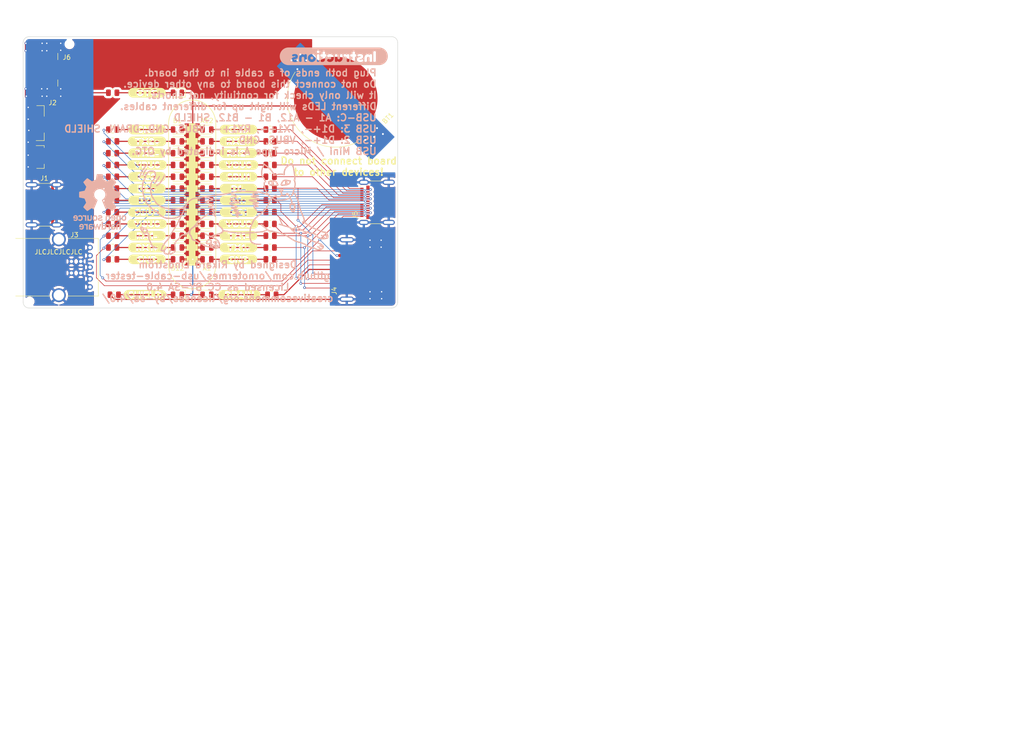
<source format=kicad_pcb>
(kicad_pcb (version 20211014) (generator pcbnew)
  (layers (0 "F.Cu" signal) (31 "B.Cu" signal) (34 "B.Paste" user) (35 "F.Paste" user) (36 "B.SilkS" user "B.Silkscreen") (37 "F.SilkS" user "F.Silkscreen") (38 "B.Mask" user) (39 "F.Mask" user) (44 "Edge.Cuts" user))
  (net 0 "")
  (net 1 "+BATT")
  (net 2 "GND")
  (net 3 "Net-(D1-Pad2)")
  (net 4 "Net-(D2-Pad2)")
  (net 5 "Net-(D3-Pad2)")
  (net 6 "Net-(D4-Pad2)")
  (net 7 "Net-(D5-Pad2)")
  (net 8 "Net-(D6-Pad2)")
  (net 9 "Net-(D7-Pad2)")
  (net 10 "Net-(D8-Pad2)")
  (net 11 "Net-(D9-Pad2)")
  (net 12 "Net-(D10-Pad2)")
  (net 13 "Net-(D11-Pad2)")
  (net 14 "Net-(D12-Pad2)")
  (net 15 "Net-(D13-Pad2)")
  (net 16 "Net-(D14-Pad2)")
  (net 17 "Net-(D15-Pad2)")
  (net 18 "Net-(D16-Pad2)")
  (net 19 "Net-(D17-Pad2)")
  (net 20 "Net-(D18-Pad2)")
  (net 21 "Net-(D19-Pad2)")
  (net 22 "Net-(D20-Pad2)")
  (net 23 "Net-(D21-Pad2)")
  (net 24 "Net-(D22-Pad2)")
  (net 25 "Net-(D23-Pad2)")
  (net 26 "Net-(D24-Pad2)")
  (net 27 "Net-(D25-Pad2)")
  (net 28 "Net-(D26-Pad2)")
  (net 29 "Net-(D27-Pad2)")
  (net 30 "Net-(J4-Pad2)")
  (net 31 "Net-(J4-Pad3)")
  (net 32 "Net-(J4-Pad4)")
  (net 33 "Net-(J4-Pad5)")
  (net 34 "Net-(J4-Pad6)")
  (net 35 "Net-(J4-Pad7)")
  (net 36 "Net-(J4-Pad8)")
  (net 37 "Net-(J4-Pad9)")
  (net 38 "Net-(J4-Pad10)")
  (net 39 "Net-(J5-PadA5)")
  (net 40 "Net-(J5-PadA8)")
  (net 41 "Net-(J5-PadA9)")
  (net 42 "Net-(J5-PadA10)")
  (net 43 "Net-(J5-PadA11)")
  (net 44 "Net-(J5-PadA12)")
  (net 45 "Net-(J5-PadB1)")
  (net 46 "Net-(J5-PadB2)")
  (net 47 "Net-(J5-PadB3)")
  (net 48 "Net-(J5-PadB4)")
  (net 49 "Net-(J5-PadB5)")
  (net 50 "Net-(J5-PadB6)")
  (net 51 "Net-(J5-PadB7)")
  (net 52 "Net-(J5-PadB8)")
  (net 53 "Net-(J5-PadB9)")
  (net 54 "Net-(J5-PadB12)")
  (net 55 "Net-(J2-Pad4)")
  (net 56 "Net-(J4-Pad1)")
  (footprint "Resistor_SMD:R_0805_2012Metric" (layer "F.Cu") (at 95.0975 63.175 180)
    (fp_text reference "R8" hide)
    (fp_text value "470R")
  )
  (footprint "LED_SMD:LED_0805_2012Metric" (layer "F.Cu") (at 75.135 86.035 180)
    (fp_text reference "D26" hide)
    (fp_text value "SHIELD")
  )
  (footprint "LED_SMD:LED_0805_2012Metric" (layer "F.Cu") (at 75.135 50.475 180)
    (fp_text reference "D23" hide)
    (fp_text value "GND" hide)
  )
  (footprint "kibuzzard-63C31A6A" (layer "F.Cu") (at 68.58 63.175)
    (fp_text reference "kibuzzard-63C31A6A" hide)
    (fp_text value "G***" hide)
  )
  (footprint "Resistor_SMD:R_0805_2012Metric" (layer "F.Cu") (at 95.0975 73.335 180)
    (fp_text reference "R14" hide)
    (fp_text value "470R")
  )
  (footprint "LED_SMD:LED_0805_2012Metric" (layer "F.Cu") (at 75.135 60.635 180)
    (fp_text reference "D7" hide)
    (fp_text value "CC2" hide)
  )
  (footprint "kibuzzard-63BE21A2" (layer "F.Cu") (at 68.58 50.475)
    (fp_text reference "kibuzzard-63BE21A2" hide)
    (fp_text value "G***" hide)
  )
  (footprint "Resistor_SMD:R_0805_2012Metric" (layer "F.Cu") (at 61.187 50.475)
    (fp_text reference "R23" hide)
    (fp_text value "470R")
  )
  (footprint "Resistor_SMD:R_0805_2012Metric" (layer "F.Cu") (at 61.187 42.545)
    (fp_text reference "R27" hide)
    (fp_text value "470R")
  )
  (footprint "LED_SMD:LED_0805_2012Metric" (layer "F.Cu") (at 81.485 55.555)
    (fp_text reference "D16" hide)
    (fp_text value "RX2-" hide)
  )
  (footprint "Resistor_SMD:R_0805_2012Metric" (layer "F.Cu") (at 95.0975 75.875 180)
    (fp_text reference "R15" hide)
    (fp_text value "470R")
  )
  (footprint "kibuzzard-63BE21A2" (layer "F.Cu") (at 68.58 78.415)
    (fp_text reference "kibuzzard-63BE21A2" hide)
    (fp_text value "G***" hide)
  )
  (footprint "kibuzzard-63BE21A2" (layer "F.Cu") (at 88.265 78.415)
    (fp_text reference "kibuzzard-63BE21A2" hide)
    (fp_text value "G***" hide)
  )
  (footprint "LED_SMD:LED_0805_2012Metric" (layer "F.Cu") (at 81.485 53.015)
    (fp_text reference "D17" hide)
    (fp_text value "RX2+" hide)
  )
  (footprint "kibuzzard-63BE21A7" (layer "F.Cu") (at 88.265 75.875)
    (fp_text reference "kibuzzard-63BE21A7" hide)
    (fp_text value "G***" hide)
  )
  (footprint "Resistor_SMD:R_0805_2012Metric" (layer "F.Cu") (at 61.5225 86.035)
    (fp_text reference "R26" hide)
    (fp_text value "470R")
  )
  (footprint "misc:Tooling Hole" (layer "F.Cu") (at 43.3 87.5)
    (fp_text reference "REF**" hide)
    (fp_text value "Tooling Hole")
  )
  (footprint "LED_SMD:LED_0805_2012Metric" (layer "F.Cu") (at 81.485 65.715)
    (fp_text reference "D10" hide)
    (fp_text value "D+" hide)
  )
  (footprint "Resistor_SMD:R_0805_2012Metric" (layer "F.Cu") (at 95.0975 70.795 180)
    (fp_text reference "R2" hide)
    (fp_text value "470R")
  )
  (footprint "LED_SMD:LED_0805_2012Metric" (layer "F.Cu") (at 81.485 70.795)
    (fp_text reference "D2" hide)
    (fp_text value "VBUS" hide)
  )
  (footprint "misc:BATT CR2032" (layer "F.Cu") (at 109.22 43.815 -45)
    (fp_text reference "BT1")
    (fp_text value "Battery_Cell")
  )
  (footprint "LED_SMD:LED_0805_2012Metric" (layer "F.Cu") (at 75.135 78.415 180)
    (fp_text reference "D22" hide)
    (fp_text value "GND" hide)
  )
  (footprint "LED_SMD:LED_0805_2012Metric" (layer "F.Cu") (at 75.135 55.555 180)
    (fp_text reference "D18" hide)
    (fp_text value "TX2-" hide)
  )
  (footprint "misc:Tooling Hole" (layer "F.Cu") (at 51.9 32.1)
    (fp_text reference "REF**" hide)
    (fp_text value "Tooling Hole")
  )
  (footprint "Resistor_SMD:R_0805_2012Metric" (layer "F.Cu") (at 95.0975 60.635 180)
    (fp_text reference "R20" hide)
    (fp_text value "470R")
  )
  (footprint "LED_SMD:LED_0805_2012Metric" (layer "F.Cu") (at 75.135 73.335 180)
    (fp_text reference "D12" hide)
    (fp_text value "RX1-" hide)
  )
  (footprint "kibuzzard-63BE2399" (layer "F.Cu") (at 68.58 73.335)
    (fp_text reference "kibuzzard-63BE2399" hide)
    (fp_text value "G***" hide)
  )
  (footprint "LED_SMD:LED_0805_2012Metric" (layer "F.Cu") (at 81.485 78.415)
    (fp_text reference "D25" hide)
    (fp_text value "GND" hide)
  )
  (footprint "kibuzzard-63BE2283" (layer "F.Cu") (at 88.265 55.555)
    (fp_text reference "kibuzzard-63BE2283" hide)
    (fp_text value "G***" hide)
  )
  (footprint "LED_SMD:LED_0805_2012Metric" (layer "F.Cu") (at 81.485 58.095)
    (fp_text reference "D3" hide)
    (fp_text value "VBUS" hide)
  )
  (footprint "kibuzzard-63BE21B8" (layer "F.Cu") (at 68.58 58.095)
    (fp_text reference "kibuzzard-63BE21B8" hide)
    (fp_text value "G***" hide)
  )
  (footprint "kibuzzard-63BE21B8" (layer "F.Cu") (at 88.265 58.095)
    (fp_text reference "kibuzzard-63BE21B8" hide)
    (fp_text value "G***" hide)
  )
  (footprint "LED_SMD:LED_0805_2012Metric" (layer "F.Cu") (at 81.485 63.175)
    (fp_text reference "D8" hide)
    (fp_text value "D-" hide)
  )
  (footprint "kibuzzard-63BE23A5" (layer "F.Cu") (at 68.58 55.555)
    (fp_text reference "kibuzzard-63BE23A5" hide)
    (fp_text value "G***" hide)
  )
  (footprint "Resistor_SMD:R_0805_2012Metric" (layer "F.Cu") (at 61.19 78.415)
    (fp_text reference "R22" hide)
    (fp_text value "470R")
  )
  (footprint "kibuzzard-63C31A8C" (layer "F.Cu") (at 88.265 65.715)
    (fp_text reference "kibuzzard-63C31A8C" hide)
    (fp_text value "G***" hide)
  )
  (footprint "kibuzzard-63BE23B1" (layer "F.Cu") (at 68.58 53.015)
    (fp_text reference "kibuzzard-63BE23B1" hide)
    (fp_text value "G***" hide)
  )
  (footprint "LED_SMD:LED_0805_2012Metric" (layer "F.Cu") (at 81.485 60.635)
    (fp_text reference "D20" hide)
    (fp_text value "SBU1" hide)
  )
  (footprint "LED_SMD:LED_0805_2012Metric" (layer "F.Cu") (at 75.135 68.255 180)
    (fp_text reference "D21" hide)
    (fp_text value "SBU2" hide)
  )
  (footprint "Resistor_SMD:R_0805_2012Metric" (layer "F.Cu") (at 61.187 53.015)
    (fp_text reference "R19" hide)
    (fp_text value "470R")
  )
  (footprint "LED_SMD:LED_0805_2012Metric" (layer "F.Cu") (at 75.135 70.795 180)
    (fp_text reference "D5" hide)
    (fp_text value "VBUS" hide)
  )
  (footprint "kibuzzard-63BE23BC" (layer "F.Cu") (at 68.58 60.635)
    (fp_text reference "kibuzzard-63BE23BC" hide)
    (fp_text value "G***" hide)
  )
  (footprint "kibuzzard-63C341AF" (layer "F.Cu") (at 71.5 35.4)
    (fp_text reference "kibuzzard-63C341AF" hide)
    (fp_text value "G***" hide)
  )
  (footprint "Resistor_SMD:R_0805_2012Metric" (layer "F.Cu") (at 61.165 60.635)
    (fp_text reference "R7" hide)
    (fp_text value "470R")
  )
  (footprint "Resistor_SMD:R_0805_2012Metric" (layer "F.Cu") (at 95.0975 58.095 180)
    (fp_text reference "R3" hide)
    (fp_text value "470R")
  )
  (footprint "Resistor_SMD:R_0805_2012Metric" (layer "F.Cu") (at 95.0975 68.255 180)
    (fp_text reference "R6" hide)
    (fp_text value "470R")
  )
  (footprint "kibuzzard-63BE21AF" (layer "F.Cu") (at 88.265 73.335)
    (fp_text reference "kibuzzard-63BE21AF" hide)
    (fp_text value "G***" hide)
  )
  (footprint "kibuzzard-63C319E2" (layer "F.Cu") (at 68.58 42.545)
    (fp_text reference "kibuzzard-63C319E2" hide)
    (fp_text value "G***" hide)
  )
  (footprint "LED_SMD:LED_0805_2012Metric" (layer "F.Cu") (at 75.135 65.715 180)
    (fp_text reference "D9" hide)
    (fp_text value "D-" hide)
  )
  (footprint "Resistor_SMD:R_0805_2012Metric" (layer "F.Cu") (at 61.165 63.175)
    (fp_text reference "R11" hide)
    (fp_text value "470R")
  )
  (footprint "kibuzzard-63BE2235" (layer "F.Cu") (at 88.265 60.635)
    (fp_text reference "kibuzzard-63BE2235" hide)
    (fp_text value "G***" hide)
  )
  (footprint "kibuzzard-63BE228F" (layer "F.Cu") (at 88.265 53.015)
    (fp_text reference "kibuzzard-63BE228F" hide)
    (fp_text value "G***" hide)
  )
  (footprint "LED_SMD:LED_0805_2012Metric" (layer "F.Cu") (at 75.135 58.095 180)
    (fp_text reference "D4" hide)
    (fp_text value "VBUS" hide)
  )
  (footprint "Resistor_SMD:R_0805_2012Metric" (layer "F.Cu") (at 95.0975 78.415 180)
    (fp_text reference "R25" hide)
    (fp_text value "470R")
  )
  (footprint "kibuzzard-63C31A73" (layer "F.Cu") (at 68.58 65.715)
    (fp_text reference "kibuzzard-63C31A73" hide)
    (fp_text value "G***" hide)
  )
  (footprint "kibuzzard-63C31A82" (layer "F.Cu") (at 88.265 63.175)
    (fp_text reference "kibuzzard-63C31A82" hide)
    (fp_text value "G***" hide)
  )
  (footprint "LED_SMD:LED_0805_2012Metric" (layer "F.Cu") (at 81.485 86.035)
    (fp_text reference "D1" hide)
    (fp_text value "DRAIN")
  )
  (footprint "Resistor_SMD:R_0805_2012Metric" (layer "F.Cu") (at 95.0975 53.015 180)
    (fp_text reference "R17" hide)
    (fp_text value "470R")
  )
  (footprint "LED_SMD:LED_0805_2012Metric" (layer "F.Cu") (at 81.485 73.335)
    (fp_text reference "D14" hide)
    (fp_text value "TX1-" hide)
  )
  (footprint "kibuzzard-63BE21B8" (layer "F.Cu") (at 88.265 70.795)
    (fp_text reference "kibuzzard-63BE21B8" hide)
    (fp_text value "G***" hide)
  )
  (footprint "Resistor_SMD:R_0805_2012Metric" (layer "F.Cu") (at 61.165 68.255)
    (fp_text reference "R21" hide)
    (fp_text value "470R")
  )
  (footprint "LED_SMD:LED_0805_2012Metric" (layer "F.Cu") (at 81.485 75.875)
    (fp_text reference "D15" hide)
    (fp_text value "TX1+" hide)
  )
  (footprint "LED_SMD:LED_0805_2012Metric" (layer "F.Cu") (at 75.135 42.545 180)
    (fp_text reference "D27" hide)
    (fp_text value "OTG")
  )
  (footprint "misc:Tooling Hole" (layer "F.Cu") (at 121.1 32.2)
    (fp_text reference "REF**" hide)
    (fp_text value "Tooling Hole")
  )
  (footprint "misc:USB-C" (layer "F.Cu") (at 41.97 66.675 -90)
    (fp_text reference "J1")
    (fp_text value "USB_C_all_pins")
  )
  (footprint "LED_SMD:LED_0805_2012Metric" (layer "F.Cu") (at 75.135 63.175 180)
    (fp_text reference "D11" hide)
    (fp_text value "D+" hide)
  )
  (footprint "misc:USB-C" (layer "F.Cu") (at 122.4 66.15 90)
    (fp_text reference "J5")
    (fp_text value "USB_C_all_pins")
  )
  (footprint "Resistor_SMD:R_0805_2012Metric" (layer "F.Cu") (at 61.19 75.875)
    (fp_text reference "R13" hide)
    (fp_text value "470R")
  )
  (footprint "Resistor_SMD:R_0805_2012Metric" (layer "F.Cu") (at 61.165 65.715)
    (fp_text reference "R9" hide)
    (fp_text value "470R")
  )
  (footprint "misc:USB Micro-AB 3.0" (layer "F.Cu") (at 44.7 52.075 -90)
    (fp_text reference "J2")
    (fp_text value "USB3_B_Micro")
  )
  (footprint "kibuzzard-63BE21EC" (layer "F.Cu") (at 88.265 68.255)
    (fp_text reference "kibuzzard-63BE21EC" hide)
    (fp_text value "G***" hide)
  )
  (footprint "kibuzzard-63BE2364" (layer "F.Cu") (at 68.58 68.255)
    (fp_text reference "kibuzzard-63BE2364" hide)
    (fp_text value "G***" hide)
  )
  (footprint "Resistor_SMD:R_0805_2012Metric" (layer "F.Cu") (at 95.0975 50.475 180)
    (fp_text reference "R24" hide)
    (fp_text value "470R")
  )
  (footprint "misc:USB Mini-AB" (layer "F.Cu") (at 40.275 37.6 -90)
    (fp_text reference "J6")
    (fp_text value "USB_B_Mini")
  )
  (footprint "misc:OSHW-Symbol_6.7x6mm_Copper" (layer "F.Cu") (at 93.5 35.2)
    (fp_text reference "REF**" hide)
    (fp_text value "OSHW-Logo2_14.6x12mm_Mask" hide)
  )
  (footprint "kibuzzard-63BE24BE" (layer "F.Cu") (at 68.15 86.035)
    (fp_text reference "kibuzzard-63BE24BE" hide)
    (fp_text value "G***" hide)
  )
  (footprint "LED_SMD:LED_0805_2012Metric" (layer "F.Cu") (at 81.485 68.255)
    (fp_text reference "D6" hide)
    (fp_text value "CC1" hide)
  )
  (footprint "kibuzzard-63BE21A2" (layer "F.Cu") (at 88.265 50.475)
    (fp_text reference "kibuzzard-63BE21A2" hide)
    (fp_text value "G***" hide)
  )
  (footprint "Resistor_SMD:R_0805_2012Metric" (layer "F.Cu") (at 61.165 58.095)
    (fp_text reference "R4" hide)
    (fp_text value "470R")
  )
  (footprint "Resistor_SMD:R_0805_2012Metric" (layer "F.Cu") (at 95.455 86.035 180)
    (fp_text reference "R1" hide)
    (fp_text value "470R")
  )
  (footprint "Resistor_SMD:R_0805_2012Metric" (layer "F.Cu") (at 95.0975 65.715 180)
    (fp_text reference "R10" hide)
    (fp_text value "470R")
  )
  (footprint "Resistor_SMD:R_0805_2012Metric" (layer "F.Cu") (at 61.19 70.795)
    (fp_text reference "R5" hide)
    (fp_text value "470R")
  )
  (footprint "LED_SMD:LED_0805_2012Metric" (layer "F.Cu") (at 81.485 50.475)
    (fp_text reference "D24" hide)
    (fp_text value "GND" hide)
  )
  (footprint "LED_SMD:LED_0805_2012Metric" (layer "F.Cu") (at 75.135 75.875 180)
    (fp_text reference "D13" hide)
    (fp_text value "RX1+" hide)
  )
  (footprint "kibuzzard-63BE2390" (layer "F.Cu") (at 68.58 75.875)
    (fp_text reference "kibuzzard-63BE2390" hide)
    (fp_text value "G***" hide)
  )
  (footprint "Resistor_SMD:R_0805_2012Metric" (layer "F.Cu") (at 61.19 73.335)
    (fp_text reference "R12" hide)
    (fp_text value "470R")
  )
  (footprint "misc:USB-B 3.0" (layer "F.Cu") (at 39.3 80.12 -90)
    (fp_text reference "J3")
    (fp_text value "USB3_B")
  )
  (footprint "kibuzzard-63BE2450" (layer "F.Cu") (at 88.47 86.035)
    (fp_text reference "kibuzzard-63BE2450" hide)
    (fp_text value "G***" hide)
  )
  (footprint "Resistor_SMD:R_0805_2012Metric" (layer "F.Cu") (at 95.0975 55.555 180)
    (fp_text reference "R16" hide)
    (fp_text value "470R")
  )
  (footprint "Resistor_SMD:R_0805_2012Metric" (layer "F.Cu") (at 61.165 55.555)
    (fp_text reference "R18" hide)
    (fp_text value "470R")
  )
  (footprint "LED_SMD:LED_0805_2012Metric" (layer "F.Cu") (at 75.135 53.015 180)
    (fp_text reference "D19" hide)
    (fp_text value "TX2+" hide)
  )
  (footprint "kibuzzard-63BE21B8" (layer "F.Cu") (at 68.58 70.795)
    (fp_text reference "kibuzzard-63BE21B8" hide)
    (fp_text value "G***" hide)
  )
  (footprint "misc:USB-A 3.0" (layer "F.Cu") (at 120.6 80.6 90)
    (fp_text reference "J4")
    (fp_text value "USB3_A")
  )
  (footprint "misc:KiCad-Logo2_5mm_Mask" (layer "B.Cu") (at 114.935 81.1 180)
    (fp_text reference "REF**" hide)
    (fp_text value "KiCad-Logo2_5mm_Copper" hide)
  )
  (footprint "misc:cat" (layer "B.Cu") (at 111.76 57.448629 180)
    (fp_text reference "REF**" hide)
    (fp_text value "cat" hide)
  )
  (footprint "kibuzzard-63C37626" (layer "B.Cu") (at 108.8 34.7 180)
    (fp_text reference "kibuzzard-63C37626" hide)
    (fp_text value "G***" hide)
  )
  (footprint "Symbol:OSHW-Logo_11.4x12mm_SilkScreen" (layer "B.Cu") (at 58.42 66.04 180)
    (fp_text reference "REF**" hide)
    (fp_text value "OSHW-Logo_11.4x12mm_SilkScreen" hide)
  )
  (gr_rect (start 79.453 51.11) (end 77.167 49.84) (layer "F.SilkS") (width 0.15) (fill solid))
  (gr_rect (start 78.945 79.685) (end 77.675 49.205) (layer "F.SilkS") (width 0.15) (fill solid))
  (gr_rect (start 79.453 63.81) (end 77.167 62.54) (layer "F.SilkS") (width 0.15) (fill solid))
  (gr_rect (start 79.453 58.73) (end 77.167 57.46) (layer "F.SilkS") (width 0.15) (fill solid))
  (gr_line (start 83.39 79.685) (end 83.39 49.205) (layer "F.SilkS") (width 0.15))
  (gr_rect (start 79.453 79.05) (end 77.167 77.78) (layer "F.SilkS") (width 0.15) (fill solid))
  (gr_rect (start 79.453 61.27) (end 77.167 60) (layer "F.SilkS") (width 0.15) (fill solid))
  (gr_rect (start 79.453 76.51) (end 77.167 75.24) (layer "F.SilkS") (width 0.15) (fill solid))
  (gr_arc (start 83.39 79.685) (mid 78.31 84.765) (end 73.23 79.685) (layer "F.SilkS") (width 0.15))
  (gr_rect (start 79.453 73.97) (end 77.167 72.7) (layer "F.SilkS") (width 0.15) (fill solid))
  (gr_rect (start 79.453 53.65) (end 77.167 52.38) (layer "F.SilkS") (width 0.15) (fill solid))
  (gr_rect (start 79.453 56.19) (end 77.167 54.92) (layer "F.SilkS") (width 0.15) (fill solid))
  (gr_rect (start 79.453 71.43) (end 77.167 70.16) (layer "F.SilkS") (width 0.15) (fill solid))
  (gr_arc (start 73.23 49.205) (mid 78.31 44.125) (end 83.39 49.205) (layer "F.SilkS") (width 0.15))
  (gr_rect (start 79.453 68.89) (end 77.167 67.62) (layer "F.SilkS") (width 0.15) (fill solid))
  (gr_rect (start 79.453 66.35) (end 77.167 65.08) (layer "F.SilkS") (width 0.15) (fill solid))
  (gr_line (start 73.23 49.205) (end 73.23 79.685) (layer "F.SilkS") (width 0.15))
  (gr_arc (start 122.555 87.63) (mid 122.183026 88.528026) (end 121.285 88.9) (layer "Edge.Cuts") (width 0.1))
  (gr_line (start 121.285 30.48) (end 43.18 30.48) (layer "Edge.Cuts") (width 0.1))
  (gr_arc (start 43.18 88.9) (mid 42.281974 88.528026) (end 41.91 87.63) (layer "Edge.Cuts") (width 0.1))
  (gr_line (start 122.555 87.63) (end 122.555 31.75) (layer "Edge.Cuts") (width 0.1))
  (gr_line (start 41.91 31.75) (end 41.91 87.63) (layer "Edge.Cuts") (width 0.1))
  (gr_line (start 43.18 88.9) (end 121.285 88.9) (layer "Edge.Cuts") (width 0.1))
  (gr_arc (start 121.285 30.48) (mid 122.183026 30.851974) (end 122.555 31.75) (layer "Edge.Cuts") (width 0.1))
  (gr_arc (start 41.91 31.75) (mid 42.281974 30.851974) (end 43.18 30.48) (layer "Edge.Cuts") (width 0.1))
  (gr_text "Plug both ends of a cable in to the board.\nDo not connect this board to any other device.\nIt will only check for contiuity, not shorts.\nDifferent LEDs will light up for different cables.\nUSB-C: A1 - A12, B1 - B12, SHIELD\nUSB 3: D1+-, TX1+-, RX1+-, VBUS, GND, DRAIN, SHIELD\nUSB 2: D1+-, VBUS, GND\nUSB Mini / Micro Type A is indicated by OTG." (at 118.2 46.7) (layer "B.SilkS") (effects (font (size 1.5 1.5) (thickness 0.3)) (justify left mirror)))
  (gr_text "Designed by Rikard Lindström\ngithub.com/ornotermes/usb-cable-tester\nLicensed as CC BY-SA 4.0\ncreativecommons.org/licenses/by-sa/4.0/" (at 83.82 83.185) (layer "B.SilkS") (effects (font (size 1.5 1.5) (thickness 0.3)) (justify mirror)))
  (gr_text "B1" (at 75.135 48.57) (layer "F.SilkS") (effects (font (size 1 1))))
  (gr_text "A12" (at 81.485 48.57) (layer "F.SilkS") (effects (font (size 1 1))))
  (gr_text "Do not connect board\nto other devices!" (at 109.855 58.42) (layer "F.SilkS") (effects (font (size 1.5 1.5) (thickness 0.3))))
  (gr_text "JLCJLCJLCJLC" (at 49.53 76.835) (layer "F.SilkS") (effects (font (size 1 1) (thickness 0.16))))
  (gr_text "B12" (at 75.135 80.32) (layer "F.SilkS") (effects (font (size 1 1))))
  (gr_text "A1" (at 81.485 80.32) (layer "F.SilkS") (effects (font (size 1 1))))
  (via (at 42.6 43.3) (size 0.56) (drill 0.3) (layers "F.Cu" "B.Cu") (net 1))
  (via (at 100.965 37.465) (size 0.8) (drill 0.4) (layers "F.Cu" "B.Cu") (net 1))
  (via (at 47.1 41.7) (size 0.56) (drill 0.3) (layers "F.Cu" "B.Cu") (net 1))
  (via (at 43.127 50.653) (size 0.56) (drill 0.3) (layers "F.Cu" "B.Cu") (net 1))
  (via (at 43 45.7) (size 0.56) (drill 0.3) (layers "F.Cu" "B.Cu") (net 1))
  (via (at 119.38 51.435) (size 0.8) (drill 0.4) (layers "F.Cu" "B.Cu") (net 1))
  (via (at 118.11 50.165) (size 0.8) (drill 0.4) (layers "F.Cu" "B.Cu") (net 1))
  (via (at 43 53.193) (size 0.56) (drill 0.3) (layers "F.Cu" "B.Cu") (net 1))
  (via (at 99.695 35.56) (size 0.8) (drill 0.4) (layers "F.Cu" "B.Cu") (net 1))
  (via (at 100.965 35.56) (size 0.8) (drill 0.4) (layers "F.Cu" "B.Cu") (net 1))
  (via (at 117.475 52.07) (size 0.8) (drill 0.4) (layers "F.Cu" "B.Cu") (net 1))
  (via (at 50 31.9) (size 0.56) (drill 0.3) (layers "F.Cu" "B.Cu") (net 1))
  (via (at 101.6 34.29) (size 0.8) (drill 0.4) (layers "F.Cu" "B.Cu") (net 1))
  (via (at 50 43.3) (size 0.56) (drill 0.3) (layers "F.Cu" "B.Cu") (net 1))
  (via (at 102.87 35.56) (size 0.8) (drill 0.4) (layers "F.Cu" "B.Cu") (net 1))
  (via (at 46 33.5) (size 0.56) (drill 0.3) (layers "F.Cu" "B.Cu") (net 1))
  (via (at 45.9 41.7) (size 0.56) (drill 0.3) (layers "F.Cu" "B.Cu") (net 1))
  (via (at 46 31.9) (size 0.56) (drill 0.3) (layers "F.Cu" "B.Cu") (net 1))
  (via (at 47 33.5) (size 0.56) (drill 0.3) (layers "F.Cu" "B.Cu") (net 1))
  (via (at 43 48.24) (size 0.56) (drill 0.3) (layers "F.Cu" "B.Cu") (net 1))
  (via (at 47 43.3) (size 0.56) (drill 0.3) (layers "F.Cu" "B.Cu") (net 1))
  (via (at 50 33.4) (size 0.56) (drill 0.3) (layers "F.Cu" "B.Cu") (net 1))
  (via (at 47 31.9) (size 0.56) (drill 0.3) (layers "F.Cu" "B.Cu") (net 1))
  (via (at 43 58.527) (size 0.56) (drill 0.3) (layers "F.Cu" "B.Cu") (net 1))
  (via (at 50 41.7) (size 0.56) (drill 0.3) (layers "F.Cu" "B.Cu") (net 1))
  (via (at 42.5 33.5) (size 0.56) (drill 0.3) (layers "F.Cu" "B.Cu") (net 1))
  (via (at 42.5 31.9) (size 0.56) (drill 0.3) (layers "F.Cu" "B.Cu") (net 1))
  (via (at 115.57 52.705) (size 0.8) (drill 0.4) (layers "F.Cu" "B.Cu") (net 1))
  (via (at 43 55.987) (size 0.56) (drill 0.3) (layers "F.Cu" "B.Cu") (net 1))
  (via (at 42.5 41.7) (size 0.56) (drill 0.3) (layers "F.Cu" "B.Cu") (net 1))
  (via (at 46 43.3) (size 0.56) (drill 0.3) (layers "F.Cu" "B.Cu") (net 1))
  (via (at 116.84 53.975) (size 0.8) (drill 0.4) (layers "F.Cu" "B.Cu") (net 1))
  (segment (start 117.475 52.07) (end 100.965 35.56) (width 1) (layer "B.Cu") (net 1))
  (segment (start 76.0725 73.335) (end 78.415 73.335) (width 0.25) (layer "F.Cu") (net 2))
  (segment (start 78.43 70.795) (end 78.43 43.23) (width 0.25) (layer "F.Cu") (net 2))
  (segment (start 80.5475 86.035) (end 78.105 86.035) (width 0.25) (layer "F.Cu") (net 2))
  (segment (start 107.945 45.4) (end 107.95 45.395) (width 0.25) (layer "F.Cu") (net 2))
  (segment (start 78.43 73.35) (end 78.43 70.795) (width 0.25) (layer "F.Cu") (net 2))
  (segment (start 80.5475 68.255) (end 76.0725 68.255) (width 0.25) (layer "F.Cu") (net 2))
  (segment (start 77.745 42.545) (end 76.0725 42.545) (width 0.25) (layer "F.Cu") (net 2))
  (segment (start 76.0725 65.715) (end 80.5475 65.715) (width 0.25) (layer "F.Cu") (net 2))
  (segment (start 78.43 70.795) (end 76.0725 70.795) (width 0.25) (layer "F.Cu") (net 2))
  (segment (start 76.0725 60.635) (end 80.5475 60.635) (width 0.25) (layer "F.Cu") (net 2))
  (segment (start 80.5475 75.875) (end 78.43 75.875) (width 0.25) (layer "F.Cu") (net 2))
  (segment (start 78.43 43.23) (end 77.745 42.545) (width 0.25) (layer "F.Cu") (net 2))
  (segment (start 80.5475 58.095) (end 76.0725 58.095) (width 0.25) (layer "F.Cu") (net 2))
  (segment (start 76.0725 55.555) (end 80.5475 55.555) (width 0.25) (layer "F.Cu") (net 2))
  (segment (start 78.43 75.875) (end 76.0725 75.875) (width 0.25) (layer "F.Cu") (net 2))
  (segment (start 78.415 73.335) (end 80.5475 73.335) (width 0.25) (layer "F.Cu") (net 2))
  (segment (start 80.5475 70.795) (end 78.43 70.795) (width 0.25) (layer "F.Cu") (net 2))
  (segment (start 76.0725 63.175) (end 80.5475 63.175) (width 0.25) (layer "F.Cu") (net 2))
  (segment (start 80.5475 50.475) (end 76.0725 50.475) (width 0.25) (layer "F.Cu") (net 2))
  (segment (start 78.405 45.4) (end 107.945 45.4) (width 0.25) (layer "F.Cu") (net 2))
  (segment (start 78.43 73.35) (end 78.415 73.335) (width 0.25) (layer "F.Cu") (net 2))
  (segment (start 80.5475 53.015) (end 76.0725 53.015) (width 0.25) (layer "F.Cu") (net 2))
  (segment (start 78.105 86.035) (end 76.0725 86.035) (width 0.25) (layer "F.Cu") (net 2))
  (segment (start 78.43 75.89) (end 78.43 75.875) (width 0.25) (layer "F.Cu") (net 2))
  (segment (start 78.43 75.89) (end 78.43 73.35) (width 0.25) (layer "F.Cu") (net 2))
  (segment (start 78.4 45.395) (end 78.405 45.4) (width 0.25) (layer "F.Cu") (net 2))
  (via (at 78.105 86.035) (size 0.56) (drill 0.3) (layers "F.Cu" "B.Cu") (net 2))
  (via (at 78.43 78.415) (size 0.56) (drill 0.3) (layers "F.Cu" "B.Cu") (net 2))
  (segment (start 78.43 85.71) (end 78.105 86.035) (width 0.25) (layer "B.Cu") (net 2))
  (segment (start 78.43 78.415) (end 78.43 85.71) (width 0.25) (layer "B.Cu") (net 2))
  (segment (start 82.4225 86.035) (end 94.5425 86.035) (width 0.25) (layer "F.Cu") (net 3))
  (segment (start 94.185 70.795) (end 82.4225 70.795) (width 0.25) (layer "F.Cu") (net 4))
  (segment (start 82.4225 58.095) (end 94.185 58.095) (width 0.25) (layer "F.Cu") (net 5))
  (segment (start 62.0775 58.095) (end 74.1975 58.095) (width 0.25) (layer "F.Cu") (net 6))
  (segment (start 74.1975 70.795) (end 62.1025 70.795) (width 0.25) (layer "F.Cu") (net 7))
  (segment (start 82.4225 68.255) (end 94.185 68.255) (width 0.25) (layer "F.Cu") (net 8))
  (segment (start 74.1975 60.635) (end 62.0775 60.635) (width 0.25) (layer "F.Cu") (net 9))
  (segment (start 94.51 63.5) (end 94.185 63.175) (width 0.25) (layer "F.Cu") (net 10))
  (segment (start 94.29 63.175) (end 94.615 63.5) (width 0.25) (layer "F.Cu") (net 10))
  (segment (start 82.4225 63.175) (end 94.29 63.175) (width 0.25) (layer "F.Cu") (net 10))
  (segment (start 94.615 63.5) (end 94.51 63.5) (width 0.25) (layer "F.Cu") (net 10))
  (segment (start 74.1975 65.715) (end 62.0775 65.715) (width 0.25) (layer "F.Cu") (net 11))
  (segment (start 94.185 65.715) (end 82.4225 65.715) (width 0.25) (layer "F.Cu") (net 12))
  (segment (start 62.0775 63.175) (end 74.1975 63.175) (width 0.25) (layer "F.Cu") (net 13))
  (segment (start 62.1025 73.335) (end 74.1975 73.335) (width 0.25) (layer "F.Cu") (net 14))
  (segment (start 74.1975 75.875) (end 62.1025 75.875) (width 0.25) (layer "F.Cu") (net 15))
  (segment (start 82.4225 73.335) (end 94.185 73.335) (width 0.25) (layer "F.Cu") (net 16))
  (segment (start 94.185 75.875) (end 82.4225 75.875) (width 0.25) (layer "F.Cu") (net 17))
  (segment (start 94.185 55.555) (end 82.4225 55.555) (width 0.25) (layer "F.Cu") (net 18))
  (segment (start 82.4225 53.015) (end 94.185 53.015) (width 0.25) (layer "F.Cu") (net 19))
  (segment (start 74.1975 55.555) (end 62.0775 55.555) (width 0.25) (layer "F.Cu") (net 20))
  (segment (start 62.0995 53.015) (end 74.1975 53.015) (width 0.25) (layer "F.Cu") (net 21))
  (segment (start 94.185 60.635) (end 82.4225 60.635) (width 0.25) (layer "F.Cu") (net 22))
  (segment (start 62.0775 68.255) (end 74.1975 68.255) (width 0.25) (layer "F.Cu") (net 23))
  (segment (start 62.1025 78.415) (end 74.1975 78.415) (width 0.25) (layer "F.Cu") (net 24))
  (segment (start 74.1975 50.475) (end 62.0995 50.475) (width 0.25) (layer "F.Cu") (net 25))
  (segment (start 82.4225 50.475) (end 94.185 50.475) (width 0.25) (layer "F.Cu") (net 26))
  (segment (start 94.185 78.415) (end 82.4225 78.415) (width 0.25) (layer "F.Cu") (net 27))
  (segment (start 62.435 86.035) (end 74.1975 86.035) (width 0.25) (layer "F.Cu") (net 28))
  (segment (start 62.0995 42.545) (end 74.1975 42.545) (width 0.25) (layer "F.Cu") (net 29))
  (segment (start 101.1 63.1) (end 96.085 63.1) (width 0.127) (layer "F.Cu") (net 30))
  (segment (start 110.6 81.6) (end 104.3 81.6) (width 0.127) (layer "F.Cu") (net 30))
  (segment (start 114.86 65.65) (end 107.75 65.65) (width 0.127) (layer "F.Cu") (net 30))
  (segment (start 101.1 70) (end 101.1 63.1) (width 0.127) (layer "F.Cu") (net 30))
  (segment (start 107.75 65.65) (end 105.2 63.1) (width 0.127) (layer "F.Cu") (net 30))
  (segment (start 105.2 63.1) (end 101.1 63.1) (width 0.127) (layer "F.Cu") (net 30))
  (segment (start 96.085 63.1) (end 96.01 63.175) (width 0.127) (layer "F.Cu") (net 30))
  (via (at 104.3 81.6) (size 0.56) (drill 0.3) (layers "F.Cu" "B.Cu") (net 30))
  (via (at 101.1 70) (size 0.56) (drill 0.3) (layers "F.Cu" "B.Cu") (net 30))
  (segment (start 104.3 81.6) (end 104.3 73.2) (width 0.127) (layer "B.Cu") (net 30))
  (segment (start 104.3 73.2) (end 101.1 70) (width 0.127) (layer "B.Cu") (net 30))
  (segment (start 103.6 79.6) (end 110.6 79.6) (width 0.127) (layer "F.Cu") (net 31))
  (segment (start 106.25 66.65) (end 101.5 71.4) (width 0.127) (layer "F.Cu") (net 31))
  (segment (start 97.4 68.1) (end 97.4 66.595) (width 0.127) (layer "F.Cu") (net 31))
  (segment (start 114.86 66.65) (end 106.25 66.65) (width 0.127) (layer "F.Cu") (net 31))
  (segment (start 100.7 82.5) (end 103.6 79.6) (width 0.127) (layer "F.Cu") (net 31))
  (segment (start 96.52 65.715) (end 96.01 65.715) (width 0.127) (layer "F.Cu") (net 31))
  (segment (start 101.5 71.4) (end 100.7 71.4) (width 0.127) (layer "F.Cu") (net 31))
  (segment (start 100.7 71.4) (end 97.4 68.1) (width 0.127) (layer "F.Cu") (net 31))
  (segment (start 97.4 66.595) (end 96.52 65.715) (width 0.127) (layer "F.Cu") (net 31))
  (via (at 100.7 82.5) (size 0.56) (drill 0.3) (layers "F.Cu" "B.Cu") (net 31))
  (via (at 100.7 71.4) (size 0.56) (drill 0.3) (layers "F.Cu" "B.Cu") (net 31))
  (segment (start 100.7 82.5) (end 100.7 71.4) (width 0.127) (layer "B.Cu") (net 31))
  (segment (start 101.585 78.415) (end 96.01 78.415) (width 0.127) (layer "F.Cu") (net 32))
  (segment (start 114.86 69.15) (end 110.85 69.15) (width 0.127) (layer "F.Cu") (net 32))
  (segment (start 110.6 77.6) (end 109.5 77.6) (width 0.127) (layer "F.Cu") (net 32))
  (segment (start 110.85 69.15) (end 101.585 78.415) (width 0.127) (layer "F.Cu") (net 32))
  (via (at 109.5 77.6) (size 0.56) (drill 0.3) (layers "F.Cu" "B.Cu") (net 32))
  (via (at 105.8 74.2) (size 0.56) (drill 0.3) (layers "F.Cu" "B.Cu") (net 32))
  (segment (start 109.5 77.6) (end 109.2 77.6) (width 0.127) (layer "B.Cu") (net 32))
  (segment (start 109.2 77.6) (end 105.8 74.2) (width 0.127) (layer "B.Cu") (net 32))
  (segment (start 60.2125 73.4) (end 60.2775 73.335) (width 0.127) (layer "F.Cu") (net 33))
  (segment (start 97.7 83.1) (end 104.2 76.6) (width 0.127) (layer "F.Cu") (net 33))
  (segment (start 59.3 73.4) (end 60.2125 73.4) (width 0.127) (layer "F.Cu") (net 33))
  (segment (start 115.6 67.9) (end 116.16 67.9) (width 0.127) (layer "F.Cu") (net 33))
  (segment (start 59.055 82.423) (end 59.732 83.1) (width 0.127) (layer "F.Cu") (net 33))
  (segment (start 104.2 76.6) (end 110.6 76.6) (width 0.127) (layer "F.Cu") (net 33))
  (segment (start 59.732 83.1) (end 97.7 83.1) (width 0.127) (layer "F.Cu") (net 33))
  (via (at 115.6 67.9) (size 0.56) (drill 0.3) (layers "F.Cu" "B.Cu") (net 33))
  (via (at 59.3 73.4) (size 0.56) (drill 0.3) (layers "F.Cu" "B.Cu") (net 33))
  (via (at 59.055 82.423) (size 0.56) (drill 0.3) (layers "F.Cu" "B.Cu") (net 33))
  (segment (start 58.5 74.2) (end 59.3 73.4) (width 0.127) (layer "B.Cu") (net 33))
  (segment (start 58.5 81.868) (end 58.5 74.2) (width 0.127) (layer "B.Cu") (net 33))
  (segment (start 59.055 82.423) (end 58.5 81.868) (width 0.127) (layer "B.Cu") (net 33))
  (segment (start 64.8 67.9) (end 59.3 73.4) (width 0.127) (layer "B.Cu") (net 33))
  (segment (start 115.6 67.9) (end 64.8 67.9) (width 0.127) (layer "B.Cu") (net 33))
  (segment (start 60.1525 76) (end 60.2775 75.875) (width 0.127) (layer "F.Cu") (net 34))
  (segment (start 57.7 77.6) (end 59.3 76) (width 0.127) (layer "F.Cu") (net 34))
  (segment (start 97.7 84.1) (end 59.4 84.1) (width 0.127) (layer "F.Cu") (net 34))
  (segment (start 59.3 76) (end 60.1525 76) (width 0.127) (layer "F.Cu") (net 34))
  (segment (start 116.7 68.4) (end 116.16 68.4) (width 0.127) (layer "F.Cu") (net 34))
  (segment (start 110.6 78.6) (end 103.2 78.6) (width 0.127) (layer "F.Cu") (net 34))
  (segment (start 57.7 82.4) (end 57.7 77.6) (width 0.127) (layer "F.Cu") (net 34))
  (segment (start 59.4 84.1) (end 57.7 82.4) (width 0.127) (layer "F.Cu") (net 34))
  (segment (start 103.2 78.6) (end 97.7 84.1) (width 0.127) (layer "F.Cu") (net 34))
  (via (at 59.3 76) (size 0.56) (drill 0.3) (layers "F.Cu" "B.Cu") (net 34))
  (via (at 116.7 68.4) (size 0.56) (drill 0.3) (layers "F.Cu" "B.Cu") (net 34))
  (segment (start 66.8 68.4) (end 59.3 75.9) (width 0.127) (layer "B.Cu") (net 34))
  (segment (start 59.3 75.9) (end 59.3 76) (width 0.127) (layer "B.Cu") (net 34))
  (segment (start 116.7 68.4) (end 66.8 68.4) (width 0.127) (layer "B.Cu") (net 34))
  (segment (start 103.5 80.6) (end 98.065 86.035) (width 0.25) (layer "F.Cu") (net 35))
  (segment (start 110.6 80.6) (end 103.5 80.6) (width 0.25) (layer "F.Cu") (net 35))
  (segment (start 98.065 86.035) (end 96.3675 86.035) (width 0.25) (layer "F.Cu") (net 35))
  (segment (start 108.95 68.15) (end 103.765 73.335) (width 0.127) (layer "F.Cu") (net 36))
  (segment (start 103.235 73.335) (end 96.01 73.335) (width 0.127) (layer "F.Cu") (net 36))
  (segment (start 110.6 82.6) (end 103.2 82.6) (width 0.127) (layer "F.Cu") (net 36))
  (segment (start 114.86 68.15) (end 108.95 68.15) (width 0.127) (layer "F.Cu") (net 36))
  (segment (start 103.765 73.335) (end 103.235 73.335) (width 0.127) (layer "F.Cu") (net 36))
  (via (at 103.2 82.6) (size 0.56) (drill 0.3) (layers "F.Cu" "B.Cu") (net 36))
  (via (at 103.235 73.335) (size 0.56) (drill 0.3) (layers "F.Cu" "B.Cu") (net 36))
  (segment (start 103.2 82.6) (end 103.2 73.3) (width 0.127) (layer "B.Cu") (net 36))
  (segment (start 103.2 73.3) (end 103.235 73.335) (width 0.127) (layer "B.Cu") (net 36))
  (segment (start 102.6 84.6) (end 110.6 84.6) (width 0.127) (layer "F.Cu") (net 37))
  (segment (start 102.5 84.5) (end 102.6 84.6) (width 0.127) (layer "F.Cu") (net 37))
  (segment (start 109.75 68.65) (end 102.525 75.875) (width 0.127) (layer "F.Cu") (net 37))
  (segment (start 102.525 75.875) (end 96.01 75.875) (width 0.127) (layer "F.Cu") (net 37))
  (segment (start 114.86 68.65) (end 109.75 68.65) (width 0.127) (layer "F.Cu") (net 37))
  (via (at 102.5 75.9) (size 0.56) (drill 0.3) (layers "F.Cu" "B.Cu") (net 37))
  (via (at 102.5 84.5) (size 0.56) (drill 0.3) (layers "F.Cu" "B.Cu") (net 37))
  (segment (start 102.5 84.5) (end 102.5 75.9) (width 0.127) (layer "B.Cu") (net 37))
  (segment (start 111.65 87.045) (end 61.62 87.045) (width 0.25) (layer "F.Cu") (net 38))
  (segment (start 61.62 87.045) (end 60.61 86.035) (width 0.25) (layer "F.Cu") (net 38))
  (via (at 116.6 74.3) (size 0.56) (drill 0.3) (layers "F.Cu" "B.Cu") (net 38))
  (via (at 119 74.3) (size 0.56) (drill 0.3) (layers "F.Cu" "B.Cu") (net 38))
  (via (at 119.1 85.4) (size 0.56) (drill 0.3) (layers "F.Cu" "B.Cu") (net 38))
  (via (at 116.6 75.8) (size 0.56) (drill 0.3) (layers "F.Cu" "B.Cu") (net 38))
  (via (at 119 75.8) (size 0.56) (drill 0.3) (layers "F.Cu" "B.Cu") (net 38))
  (via (at 116.6 86.9) (size 0.56) (drill 0.3) (layers "F.Cu" "B.Cu") (net 38))
  (via (at 116.6 85.4) (size 0.56) (drill 0.3) (layers "F.Cu" "B.Cu") (net 38))
  (via (at 119.1 86.9) (size 0.56) (drill 0.3) (layers "F.Cu" "B.Cu") (net 38))
  (segment (start 115.27 70.53) (end 115.27 70.47) (width 0.127) (layer "B.Cu") (net 38))
  (segment (start 96.055 68.3) (end 96.01 68.255) (width 0.127) (layer "F.Cu") (net 39))
  (segment (start 99.8 72.1) (end 96.01 68.31) (width 0.127) (layer "F.Cu") (net 39))
  (segment (start 107.15 67.15) (end 102.2 72.1) (width 0.127) (layer "F.Cu") (net 39))
  (segment (start 102.2 72.1) (end 99.8 72.1) (width 0.127) (layer "F.Cu") (net 39))
  (segment (start 114.86 67.15) (end 107.15 67.15) (width 0.127) (layer "F.Cu") (net 39))
  (segment (start 96.01 68.31) (end 96.01 68.255) (width 0.127) (layer "F.Cu") (net 39))
  (segment (start 104.235 60.635) (end 96.01 60.635) (width 0.127) (layer "F.Cu") (net 40))
  (segment (start 108.75 65.15) (end 104.235 60.635) (width 0.127) (layer "F.Cu") (net 40))
  (segment (start 114.86 65.15) (end 108.75 65.15) (width 0.127) (layer "F.Cu") (net 40))
  (segment (start 109.85 64.65) (end 103.295 58.095) (width 0.127) (layer "F.Cu") (net 41))
  (segment (start 114.86 64.65) (end 109.85 64.65) (width 0.127) (layer "F.Cu") (net 41))
  (segment (start 103.295 58.095) (end 96.01 58.095) (width 0.127) (layer "F.Cu") (net 41))
  (segment (start 114.86 64.15) (end 110.75 64.15) (width 0.127) (layer "F.Cu") (net 42))
  (segment (start 110.75 64.15) (end 102.155 55.555) (width 0.127) (layer "F.Cu") (net 42))
  (segment (start 102.155 55.555) (end 96.01 55.555) (width 0.127) (layer "F.Cu") (net 42))
  (segment (start 114.86 63.65) (end 111.55 63.65) (width 0.127) (layer "F.Cu") (net 43))
  (segment (start 96.025 53) (end 96.01 53.015) (width 0.127) (layer "F.Cu") (net 43))
  (segment (start 100.9 53) (end 96.025 53) (width 0.127) (layer "F.Cu") (net 43))
  (segment (start 111.55 63.65) (end 100.9 53) (width 0.127) (layer "F.Cu") (net 43))
  (segment (start 99.475 50.475) (end 96.01 50.475) (width 0.127) (layer "F.Cu") (net 44))
  (segment (start 114.86 63.15) (end 112.15 63.15) (width 0.127) (layer "F.Cu") (net 44))
  (segment (start 112.15 63.15) (end 99.475 50.475) (width 0.127) (layer "F.Cu") (net 44))
  (segment (start 59.3 50.6) (end 60.1495 50.6) (width 0.127) (layer "F.Cu") (net 45))
  (segment (start 116.16 63.06) (end 116.16 63.05) (width 0.127) (layer "F.Cu") (net 45))
  (segment (start 60.1495 50.6) (end 60.2745 50.475) (width 0.127) (layer "F.Cu") (net 45))
  (segment (start 116.5 63.4) (end 116.16 63.06) (width 0.127) (layer "F.Cu") (net 45))
  (segment (start 116.7 63.4) (end 116.5 63.4) (width 0.127) (layer "F.Cu") (net 45))
  (via (at 59.3 50.6) (size 0.56) (drill 0.3) (layers "F.Cu" "B.Cu") (net 45))
  (via (at 116.7 63.4) (size 0.56) (drill 0.3) (layers "F.Cu" "B.Cu") (net 45))
  (segment (start 71.5 63.4) (end 59.3 51.2) (width 0.127) (layer "B.Cu") (net 45))
  (segment (start 59.3 51.2) (end 59.3 50.6) (width 0.127) (layer "B.Cu") (net 45))
  (segment (start 116.7 63.4) (end 71.5 63.4) (width 0.127) (layer "B.Cu") (net 45))
  (segment (start 59.3 53.1) (end 60.1895 53.1) (width 0.127) (layer "F.Cu") (net 46))
  (segment (start 116.16 63.9) (end 115.6 63.9) (width 0.127) (layer "F.Cu") (net 46))
  (segment (start 60.1895 53.1) (end 60.2745 53.015) (width 0.127) (layer "F.Cu") (net 46))
  (via (at 115.6 63.9) (size 0.56) (drill 0.3) (layers "F.Cu" "B.Cu") (net 46))
  (via (at 59.3 53.1) (size 0.56) (drill 0.3) (layers "F.Cu" "B.Cu") (net 46))
  (segment (start 115.6 63.9) (end 70.1 63.9) (width 0.127) (layer "B.Cu") (net 46))
  (segment (start 70.1 63.9) (end 59.3 53.1) (width 0.127) (layer "B.Cu") (net 46))
  (segment (start 60.2075 55.6) (end 60.2525 55.555) (width 0.127) (layer "F.Cu") (net 47))
  (segment (start 59.4 55.6) (end 60.2075 55.6) (width 0.127) (layer "F.Cu") (net 47))
  (segment (start 116.16 64.4) (end 116.7 64.4) (width 0.127) (layer "F.Cu") (net 47))
  (via (at 116.7 64.4) (size 0.56) (drill 0.3) (layers "F.Cu" "B.Cu") (net 47))
  (via (at 59.4 55.6) (size 0.56) (drill 0.3) (layers "F.Cu" "B.Cu") (net 47))
  (segment (start 116.7 64.4) (end 68 64.4) (width 0.127) (layer "B.Cu") (net 47))
  (segment (start 59.4 55.8) (end 59.4 55.6) (width 0.127) (layer "B.Cu") (net 47))
  (segment (start 68 64.4) (end 59.4 55.8) (width 0.127) (layer "B.Cu") (net 47))
  (segment (start 59.3 58.2) (end 60.1475 58.2) (width 0.127) (layer "F.Cu") (net 48))
  (segment (start 116.16 64.9) (end 115.6 64.9) (width 0.127) (layer "F.Cu") (net 48))
  (segment (start 60.1475 58.2) (end 60.2525 58.095) (width 0.127) (layer "F.Cu") (net 48))
  (via (at 59.3 58.2) (size 0.56) (drill 0.3) (layers "F.Cu" "B.Cu") (net 48))
  (via (at 115.6 64.9) (size 0.56) (drill 0.3) (layers "F.Cu" "B.Cu") (net 48))
  (segment (start 59.3 58.3) (end 59.3 58.2) (width 0.127) (layer "B.Cu") (net 48))
  (segment (start 65.9 64.9) (end 59.3 58.3) (width 0.127) (layer "B.Cu") (net 48))
  (segment (start 115.6 64.9) (end 65.9 64.9) (width 0.127) (layer "B.Cu") (net 48))
  (segment (start 59.3 60.7) (end 60.1875 60.7) (width 0.127) (layer "F.Cu") (net 49))
  (segment (start 116.16 65.4) (end 116.7 65.4) (width 0.127) (layer "F.Cu") (net 49))
  (segment (start 60.1875 60.7) (end 60.2525 60.635) (width 0.127) (layer "F.Cu") (net 49))
  (via (at 116.7 65.4) (size 0.56) (drill 0.3) (layers "F.Cu" "B.Cu") (net 49))
  (via (at 59.3 60.7) (size 0.56) (drill 0.3) (layers "F.Cu" "B.Cu") (net 49))
  (segment (start 64 65.4) (end 59.3 60.7) (width 0.127) (layer "B.Cu") (net 49))
  (segment (start 116.7 65.4) (end 64 65.4) (width 0.127) (layer "B.Cu") (net 49))
  (segment (start 60.2275 63.2) (end 60.2525 63.175) (width 0.127) (layer "F.Cu") (net 50))
  (segment (start 116.16 65.9) (end 115.6 65.9) (width 0.127) (layer "F.Cu") (net 50))
  (segment (start 59.3 63.2) (end 60.2275 63.2) (width 0.127) (layer "F.Cu") (net 50))
  (via (at 59.3 63.2) (size 0.56) (drill 0.3) (layers "F.Cu" "B.Cu") (net 50))
  (via (at 115.6 65.9) (size 0.56) (drill 0.3) (layers "F.Cu" "B.Cu") (net 50))
  (segment (start 115.6 65.9) (end 61.9 65.9) (width 0.127) (layer "B.Cu") (net 50))
  (segment (start 59.3 63.3) (end 59.3 63.2) (width 0.127) (layer "B.Cu") (net 50))
  (segment (start 61.9 65.9) (end 59.3 63.3) (width 0.127) (layer "B.Cu") (net 50))
  (segment (start 59.3 65.8) (end 60.1675 65.8) (width 0.127) (layer "F.Cu") (net 51))
  (segment (start 116.16 66.4) (end 116.7 66.4) (width 0.127) (layer "F.Cu") (net 51))
  (segment (start 60.1675 65.8) (end 60.2525 65.715) (width 0.127) (layer "F.Cu") (net 51))
  (via (at 59.3 65.8) (size 0.56) (drill 0.3) (layers "F.Cu" "B.Cu") (net 51))
  (via (at 116.7 66.4) (size 0.56) (drill 0.3) (layers "F.Cu" "B.Cu") (net 51))
  (segment (start 59.9 66.4) (end 59.3 65.8) (width 0.127) (layer "B.Cu") (net 51))
  (segment (start 116.7 66.4) (end 59.9 66.4) (width 0.127) (layer "B.Cu") (net 51))
  (segment (start 59.3 68.3) (end 60.2075 68.3) (width 0.127) (layer "F.Cu") (net 52))
  (segment (start 116.16 66.9) (end 115.6 66.9) (width 0.127) (layer "F.Cu") (net 52))
  (segment (start 60.2075 68.3) (end 60.2525 68.255) (width 0.127) (layer "F.Cu") (net 52))
  (via (at 59.3 68.3) (size 0.56) (drill 0.3) (layers "F.Cu" "B.Cu") (net 52))
  (via (at 115.6 66.9) (size 0.56) (drill 0.3) (layers "F.Cu" "B.Cu") (net 52))
  (segment (start 115.6 66.9) (end 60.7 66.9) (width 0.127) (layer "B.Cu") (net 52))
  (segment (start 60.7 66.9) (end 59.3 68.3) (width 0.127) (layer "B.Cu") (net 52))
  (segment (start 116.16 67.4) (end 116.7 67.4) (width 0.127) (layer "F.Cu") (net 53))
  (segment (start 60.1725 70.9) (end 60.2775 70.795) (width 0.127) (layer "F.Cu") (net 53))
  (segment (start 59.3 70.9) (end 60.1725 70.9) (width 0.127) (layer "F.Cu") (net 53))
  (via (at 59.3 70.9) (size 0.56) (drill 0.3) (layers "F.Cu" "B.Cu") (net 53))
  (via (at 116.7 67.4) (size 0.56) (drill 0.3) (layers "F.Cu" "B.Cu") (net 53))
  (segment (start 116.7 67.4) (end 62.8 67.4) (width 0.127) (layer "B.Cu") (net 53))
  (segment (start 62.8 67.4) (end 59.3 70.9) (width 0.127) (layer "B.Cu") (net 53))
  (segment (start 115.8465 68.9265) (end 116.16 69.24) (width 0.127) (layer "F.Cu") (net 54))
  (segment (start 59.3 78.5) (end 60.1925 78.5) (width 0.127) (layer "F.Cu") (net 54))
  (segment (start 115.65 68.9265) (end 115.8465 68.9265) (width 0.127) (layer "F.Cu") (net 54))
  (segment (start 116.16 69.24) (end 116.16 69.25) (width 0.127) (layer "F.Cu") (net 54))
  (segment (start 60.1925 78.5) (end 60.2775 78.415) (width 0.127) (layer "F.Cu") (net 54))
  (via (at 59.3 78.5) (size 0.56) (drill 0.3) (layers "F.Cu" "B.Cu") (net 54))
  (via (at 115.65 68.9265) (size 0.56) (drill 0.3) (layers "F.Cu" "B.Cu") (net 54))
  (segment (start 115.65 68.9265) (end 115.6235 68.9) (width 0.127) (layer "B.Cu") (net 54))
  (segment (start 115.6235 68.9) (end 68.9 68.9) (width 0.127) (layer "B.Cu") (net 54))
  (segment (start 68.9 68.9) (end 59.3 78.5) (width 0.127) (layer "B.Cu") (net 54))
  (segment (start 46.175 50.05) (end 51.05 50.05) (width 0.25) (layer "F.Cu") (net 55))
  (segment (start 48.5 38.4) (end 51.6 38.4) (width 0.25) (layer "F.Cu") (net 55))
  (segment (start 55.745 45.355) (end 55.745 42.545) (width 0.25) (layer "F.Cu") (net 55))
  (segment (start 55.745 42.545) (end 60.2745 42.545) (width 0.25) (layer "F.Cu") (net 55))
  (segment (start 51.6 38.4) (end 55.745 42.545) (width 0.25) (layer "F.Cu") (net 55))
  (segment (start 51.05 50.05) (end 55.745 45.355) (width 0.25) (layer "F.Cu") (net 55))
  (segment (start 102.9 72.8) (end 108.05 67.65) (width 0.127) (layer "F.Cu") (net 56))
  (segment (start 96.01 71.11) (end 96.01 70.795) (width 0.127) (layer "F.Cu") (net 56))
  (segment (start 101.695 72.8) (end 102.9 72.8) (width 0.127) (layer "F.Cu") (net 56))
  (segment (start 108.05 67.65) (end 114.86 67.65) (width 0.127) (layer "F.Cu") (net 56))
  (segment (start 101.695 72.8) (end 97.7 72.8) (width 0.127) (layer "F.Cu") (net 56))
  (segment (start 97.7 72.8) (end 96.01 71.11) (width 0.127) (layer "F.Cu") (net 56))
  (segment (start 110.6 83.6) (end 101.7 83.6) (width 0.127) (layer "F.Cu") (net 56))
  (via (at 101.7 83.6) (size 0.56) (drill 0.3) (layers "F.Cu" "B.Cu") (net 56))
  (via (at 101.695 72.8) (size 0.56) (drill 0.3) (layers "F.Cu" "B.Cu") (net 56))
  (segment (start 101.695 72.8) (end 101.695 83.595) (width 0.127) (layer "B.Cu") (net 56))
  (segment (start 101.695 83.595) (end 101.7 83.6) (width 0.127) (layer "B.Cu") (net 56))
  (zone (net 1) (net_name "+BATT") (layer "F.Cu") (connect_pads (clearance 0.508)) (min_thickness 0.254) (fill yes (thermal_gap 0.508) (thermal_bridge_width 0.508))
    (polygon (pts (xy 104.14 34.925) (xy 95.25 43.815) (xy 62.865 43.815) (xy 57.15 49.53) (xy 57.15 73.66) (xy 57.15 90.17) (xy 41.91 90.17) (xy 41.91 30.48) (xy 104.14 30.48)))
  )
  (zone (net 38) (net_name "Net-(J4-Pad10)") (layer "F.Cu") (connect_pads (clearance 0.508)) (min_thickness 0.254) (fill yes (thermal_gap 0.508) (thermal_bridge_width 0.508))
    (polygon (pts (xy 123 90) (xy 109 90) (xy 109 77.7) (xy 115.9 71.5) (xy 115.9 60) (xy 123 60)))
  )
  (zone (net 2) (net_name "GND") (layer "F.Cu") (connect_pads (clearance 0.508)) (min_thickness 0.254) (fill yes (thermal_gap 0.508) (thermal_bridge_width 0.508))
    (polygon (pts (xy 80.645 79.756) (xy 76.327 79.756) (xy 76.327 79.375) (xy 76.2 49.149) (xy 80.645 49.149)))
  )
  (zone (net 1) (net_name "+BATT") (layer "B.Cu") (connect_pads (clearance 0.508)) (min_thickness 0.254) (fill yes (thermal_gap 0.508) (thermal_bridge_width 0.508))
    (polygon (pts (xy 57.15 90.17) (xy 41.91 90.17) (xy 41.91 29.21) (xy 57.023 29.21)))
  )
  (zone (net 38) (net_name "Net-(J4-Pad10)") (layer "B.Cu") (connect_pads (clearance 0.508)) (min_thickness 0.254) (fill yes (thermal_gap 0.508) (thermal_bridge_width 0.508))
    (polygon (pts (xy 123.19 88.9) (xy 107.95 88.9) (xy 107.95 59.69) (xy 123.19 59.69)))
  )
  (zone (net 1) (net_name "+BATT") (layer "B.Cu") (connect_pads (clearance 0.508)) (min_thickness 0.254) (fill yes (thermal_gap 0.508) (thermal_bridge_width 0.508))
    (polygon (pts (xy 121.92 52.07) (xy 116.84 57.15) (xy 96.52 36.83) (xy 101.6 31.75)))
  )
)
</source>
